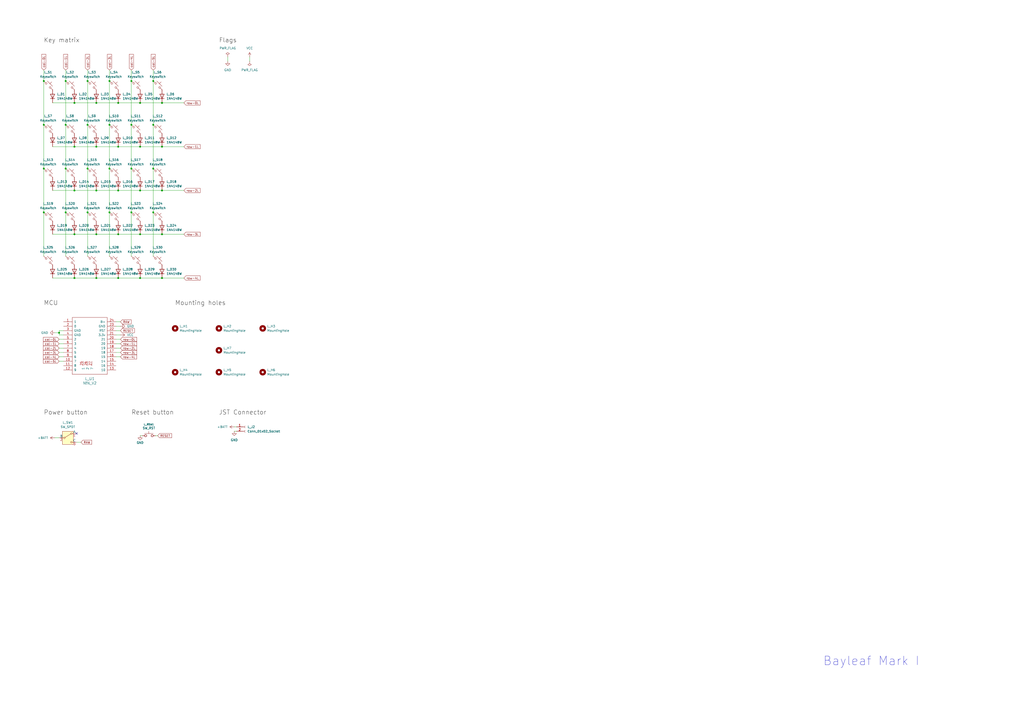
<source format=kicad_sch>
(kicad_sch (version 20231120) (generator "eeschema") (generator_version "8.0")
  (paper "A2")
  (lib_symbols
    (symbol "Connector:Conn_01x02_Socket" (pin_names (offset 1.016) hide)
      (property "Reference" "J" (at 0 2.54 0))
      (property "Value" "Conn_01x02_Socket" (at 0 -5.08 0))
      (symbol "Conn_01x02_Socket_1_1"
        (arc (start 0 -2.032) (mid -0.5058 -2.54) (end 0 -3.048) (stroke (width 0.1524)))
        (polyline (pts (xy -1.27 -2.54) (xy -0.508 -2.54)) (stroke (width 0.1524)))
        (polyline (pts (xy -1.27 0) (xy -0.508 0)) (stroke (width 0.1524)))
        (arc (start 0 0.508) (mid -0.5058 0) (end 0 -0.508) (stroke (width 0.1524)))
        (pin passive line (at -5.08 0 0) (length 3.81) (name "Pin_1") (number "1"))
        (pin passive line (at -5.08 -2.54 0) (length 3.81) (name "Pin_2") (number "2"))
      )
    )
    (symbol "Diode:1N4148W" (pin_numbers hide) (pin_names hide)
      (property "Reference" "D" (at 0 2.54 0))
      (property "Value" "1N4148W" (at 0 -2.54 0))
      (symbol "1N4148W_0_1"
        (polyline (pts (xy -1.27 1.27) (xy -1.27 -1.27)) (stroke (width 0.254)))
        (polyline (pts (xy 1.27 0) (xy -1.27 0)))
        (polyline (pts (xy 1.27 1.27) (xy 1.27 -1.27) (xy -1.27 0) (xy 1.27 1.27)) (stroke (width 0.254)))
      )
      (symbol "1N4148W_1_1"
        (pin passive line (at -3.81 0 0) (length 2.54) (name "K") (number "1"))
        (pin passive line (at 3.81 0 180) (length 2.54) (name "A") (number "2"))
      )
    )
    (symbol "Lily58_Pro-rescue:SW_RST-Lily58-cache" (pin_numbers hide) (pin_names (offset 1.016) hide)
      (property "Reference" "RSW" (at 2.54 2.54 0))
      (property "Value" "Lily58-cache:SW_RST" (at 0 -2.54 0))
      (symbol "SW_RST-Lily58-cache_0_1"
        (polyline (pts (xy -2.54 1.27) (xy 2.54 1.27)))
        (polyline (pts (xy 0 2.54) (xy 0 1.27)))
        (pin passive inverted (at -3.81 0 0) (length 2.54) (name "1") (number "1"))
        (pin passive inverted (at 3.81 0 180) (length 2.54) (name "2") (number "2"))
      )
    )
    (symbol "Mechanical:MountingHole" (pin_names (offset 1.016)) (exclude_from_sim yes) (in_bom no)
      (property "Reference" "H" (at 0 5.08 0))
      (property "Value" "MountingHole" (at 0 3.175 0))
      (symbol "MountingHole_0_1"
        (circle (center 0 0) (radius 1.27) (stroke (width 1.27)))
      )
    )
    (symbol "ScottoKeebs:MCU_Nice_Nano_V2" (pin_names (offset 1.016))
      (property "Reference" "U" (at 0 0 0))
      (property "Value" "Nice_Nano_V2" (at 0 -19.05 0))
      (symbol "MCU_Nice_Nano_V2_0_1"
        (rectangle (start -10.16 16.51) (end 10.16 -16.51))
      )
      (symbol "MCU_Nice_Nano_V2_1_1"
        (pin input line (at -15.24 13.97 0) (length 5.08) (name "1") (number "1"))
        (pin input line (at -15.24 -8.89 0) (length 5.08) (name "7") (number "10"))
        (pin input line (at -15.24 -11.43 0) (length 5.08) (name "8") (number "11"))
        (pin input line (at -15.24 -13.97 0) (length 5.08) (name "9") (number "12"))
        (pin input line (at 15.24 -13.97 180) (length 5.08) (name "10") (number "13"))
        (pin input line (at 15.24 -11.43 180) (length 5.08) (name "16") (number "14"))
        (pin input line (at 15.24 -8.89 180) (length 5.08) (name "14") (number "15"))
        (pin input line (at 15.24 -6.35 180) (length 5.08) (name "15") (number "16"))
        (pin input line (at 15.24 -3.81 180) (length 5.08) (name "18") (number "17"))
        (pin input line (at 15.24 -1.27 180) (length 5.08) (name "19") (number "18"))
        (pin input line (at 15.24 1.27 180) (length 5.08) (name "20") (number "19"))
        (pin input line (at -15.24 11.43 0) (length 5.08) (name "0") (number "2"))
        (pin input line (at 15.24 3.81 180) (length 5.08) (name "21") (number "20"))
        (pin input line (at 15.24 6.35 180) (length 5.08) (name "3.3v") (number "21"))
        (pin input line (at 15.24 8.89 180) (length 5.08) (name "RST") (number "22"))
        (pin input line (at 15.24 11.43 180) (length 5.08) (name "GND") (number "23"))
        (pin input line (at 15.24 13.97 180) (length 5.08) (name "B+") (number "24"))
        (pin input line (at -3.81 -8.89 270) (length 2.5) (name "1") (number "25"))
        (pin input line (at -1.27 -8.89 270) (length 2.5) (name "2") (number "26"))
        (pin input line (at 1.27 -8.89 270) (length 2.5) (name "7") (number "27"))
        (pin input line (at -15.24 8.89 0) (length 5.08) (name "GND") (number "3"))
        (pin input line (at -15.24 6.35 0) (length 5.08) (name "GND") (number "4"))
        (pin input line (at -15.24 3.81 0) (length 5.08) (name "2") (number "5"))
        (pin input line (at -15.24 1.27 0) (length 5.08) (name "3") (number "6"))
        (pin input line (at -15.24 -1.27 0) (length 5.08) (name "4") (number "7"))
        (pin input line (at -15.24 -3.81 0) (length 5.08) (name "5") (number "8"))
        (pin input line (at -15.24 -6.35 0) (length 5.08) (name "6") (number "9"))
      )
    )
    (symbol "ScottoKeebs:Placeholder_Keyswitch" (pin_numbers hide) (pin_names (offset 1.016) hide)
      (property "Reference" "S" (at 3.048 1.016 0))
      (property "Value" "Keyswitch" (at 0 -3.81 0))
      (symbol "Placeholder_Keyswitch_0_1"
        (circle (center -1.1684 1.1684) (radius 0.508))
        (polyline (pts (xy -0.508 2.54) (xy 2.54 -0.508)))
        (polyline (pts (xy 1.016 1.016) (xy 2.032 2.032)))
        (polyline (pts (xy -2.54 2.54) (xy -1.524 1.524) (xy -1.524 1.524)))
        (polyline (pts (xy 1.524 -1.524) (xy 2.54 -2.54) (xy 2.54 -2.54) (xy 2.54 -2.54)))
        (circle (center 1.143 -1.1938) (radius 0.508))
        (pin passive line (at -2.54 2.54 0) (length 0) (name "1") (number "1"))
        (pin passive line (at 2.54 -2.54 180) (length 0) (name "2") (number "2"))
      )
    )
    (symbol "Switch:SW_SPDT" (pin_names (offset 0))
      (property "Reference" "SW" (at 0 5.08 0))
      (property "Value" "SW_SPDT" (at 0 -5.08 0))
      (symbol "SW_SPDT_0_1"
        (circle (center -2.032 0) (radius 0.4572))
        (polyline (pts (xy -1.651 0.254) (xy 1.651 2.286)))
        (circle (center 2.032 -2.54) (radius 0.4572))
        (circle (center 2.032 2.54) (radius 0.4572))
      )
      (symbol "SW_SPDT_1_1"
        (rectangle (start -3.175 3.81) (end 3.175 -3.81) (fill (type background)))
        (pin passive line (at 5.08 2.54 180) (length 2.54) (name "A") (number "1"))
        (pin passive line (at -5.08 0 0) (length 2.54) (name "B") (number "2"))
        (pin passive line (at 5.08 -2.54 180) (length 2.54) (name "C") (number "3"))
      )
    )
    (symbol "power:+BATT" (power) (pin_numbers hide) (pin_names (offset 0) hide)
      (property "Value" "+BATT" (at 0 3.556 0))
      (symbol "+BATT_0_1"
        (polyline (pts (xy -0.762 1.27) (xy 0 2.54)))
        (polyline (pts (xy 0 0) (xy 0 2.54)))
        (polyline (pts (xy 0 2.54) (xy 0.762 1.27)))
      )
      (symbol "+BATT_1_1"
        (pin power_in line (at 0 0 90) (length 0) (name "~") (number "1"))
      )
    )
    (symbol "power:GND" (power) (pin_numbers hide) (pin_names (offset 0) hide)
      (property "Value" "GND" (at 0 -3.81 0))
      (symbol "GND_0_1"
        (polyline (pts (xy 0 0) (xy 0 -1.27) (xy 1.27 -1.27) (xy 0 -2.54) (xy -1.27 -1.27) (xy 0 -1.27)))
      )
      (symbol "GND_1_1"
        (pin power_in line (at 0 0 270) (length 0) (name "~") (number "1"))
      )
    )
    (symbol "power:PWR_FLAG" (power) (pin_numbers hide) (pin_names (offset 0) hide)
      (property "Value" "PWR_FLAG" (at 0 3.81 0))
      (symbol "PWR_FLAG_0_0"
        (pin power_out line (at 0 0 90) (length 0) (name "~") (number "1"))
      )
      (symbol "PWR_FLAG_0_1"
        (polyline (pts (xy 0 0) (xy 0 1.27) (xy -1.016 1.905) (xy 0 2.54) (xy 1.016 1.905) (xy 0 1.27)))
      )
    )
    (symbol "power:VCC" (power) (pin_numbers hide) (pin_names (offset 0) hide)
      (property "Value" "VCC" (at 0 3.556 0))
      (symbol "VCC_0_1"
        (polyline (pts (xy -0.762 1.27) (xy 0 2.54)))
        (polyline (pts (xy 0 0) (xy 0 2.54)))
        (polyline (pts (xy 0 2.54) (xy 0.762 1.27)))
      )
      (symbol "VCC_1_1"
        (pin power_in line (at 0 0 90) (length 0) (name "~") (number "1"))
      )
    )
  )
  (junction (at 50.8 123.19))
  (junction (at 50.8 72.39))
  (junction (at 68.58 59.69))
  (junction (at 81.28 85.09))
  (junction (at 93.98 135.89))
  (junction (at 81.28 110.49))
  (junction (at 25.4 46.99))
  (junction (at 93.98 59.69))
  (junction (at 68.58 85.09))
  (junction (at 76.2 72.39))
  (junction (at 43.18 161.29))
  (junction (at 55.88 135.89))
  (junction (at 43.18 135.89))
  (junction (at 88.9 97.79))
  (junction (at 93.98 161.29))
  (junction (at 25.4 72.39))
  (junction (at 68.58 161.29))
  (junction (at 76.2 97.79))
  (junction (at 55.88 161.29))
  (junction (at 81.28 135.89))
  (junction (at 76.2 46.99))
  (junction (at 76.2 123.19))
  (junction (at 38.1 46.99))
  (junction (at 38.1 97.79))
  (junction (at 93.98 110.49))
  (junction (at 34.29 193.04))
  (junction (at 43.18 59.69))
  (junction (at 25.4 123.19))
  (junction (at 25.4 97.79))
  (junction (at 63.5 46.99))
  (junction (at 55.88 110.49))
  (junction (at 81.28 59.69))
  (junction (at 55.88 59.69))
  (junction (at 50.8 46.99))
  (junction (at 88.9 46.99))
  (junction (at 43.18 85.09))
  (junction (at 63.5 72.39))
  (junction (at 68.58 135.89))
  (junction (at 43.18 110.49))
  (junction (at 50.8 97.79))
  (junction (at 38.1 123.19))
  (junction (at 88.9 123.19))
  (junction (at 63.5 123.19))
  (junction (at 68.58 110.49))
  (junction (at 93.98 85.09))
  (junction (at 63.5 97.79))
  (junction (at 55.88 85.09))
  (junction (at 38.1 72.39))
  (junction (at 81.28 161.29))
  (junction (at 88.9 72.39))
  (no_connect (at 44.45 251.46))
  (wire (pts (xy 25.4 72.39) (xy 25.4 97.79)))
  (wire (pts (xy 34.29 199.39) (xy 36.83 199.39)))
  (wire (pts (xy 30.48 85.09) (xy 43.18 85.09)))
  (wire (pts (xy 55.88 85.09) (xy 68.58 85.09)))
  (wire (pts (xy 46.99 256.54) (xy 44.45 256.54)))
  (wire (pts (xy 55.88 59.69) (xy 68.58 59.69)))
  (wire (pts (xy 50.8 46.99) (xy 50.8 72.39)))
  (wire (pts (xy 68.58 110.49) (xy 81.28 110.49)))
  (wire (pts (xy 50.8 40.64) (xy 50.8 46.99)))
  (wire (pts (xy 67.31 186.69) (xy 69.85 186.69)))
  (wire (pts (xy 34.29 196.85) (xy 36.83 196.85)))
  (wire (pts (xy 43.18 85.09) (xy 55.88 85.09)))
  (wire (pts (xy 88.9 123.19) (xy 88.9 148.59)))
  (wire (pts (xy 25.4 97.79) (xy 25.4 123.19)))
  (wire (pts (xy 67.31 196.85) (xy 69.85 196.85)))
  (wire (pts (xy 30.48 135.89) (xy 43.18 135.89)))
  (wire (pts (xy 81.28 161.29) (xy 93.98 161.29)))
  (wire (pts (xy 38.1 40.64) (xy 38.1 46.99)))
  (wire (pts (xy 81.28 59.69) (xy 93.98 59.69)))
  (wire (pts (xy 50.8 123.19) (xy 50.8 97.79)))
  (wire (pts (xy 63.5 123.19) (xy 63.5 97.79)))
  (wire (pts (xy 31.75 254) (xy 34.29 254)))
  (wire (pts (xy 55.88 135.89) (xy 68.58 135.89)))
  (wire (pts (xy 34.29 207.01) (xy 36.83 207.01)))
  (wire (pts (xy 43.18 135.89) (xy 55.88 135.89)))
  (wire (pts (xy 38.1 72.39) (xy 38.1 97.79)))
  (wire (pts (xy 36.83 191.77) (xy 34.29 191.77)))
  (wire (pts (xy 25.4 40.64) (xy 25.4 46.99)))
  (wire (pts (xy 106.68 59.69) (xy 93.98 59.69)))
  (wire (pts (xy 68.58 135.89) (xy 81.28 135.89)))
  (wire (pts (xy 67.31 204.47) (xy 69.85 204.47)))
  (wire (pts (xy 69.85 194.31) (xy 67.31 194.31)))
  (wire (pts (xy 144.78 35.56) (xy 144.78 33.02)))
  (wire (pts (xy 50.8 72.39) (xy 50.8 97.79)))
  (wire (pts (xy 67.31 191.77) (xy 69.85 191.77)))
  (wire (pts (xy 88.9 72.39) (xy 88.9 46.99)))
  (wire (pts (xy 63.5 72.39) (xy 63.5 46.99)))
  (wire (pts (xy 67.31 207.01) (xy 69.85 207.01)))
  (wire (pts (xy 30.48 161.29) (xy 43.18 161.29)))
  (wire (pts (xy 76.2 123.19) (xy 76.2 97.79)))
  (wire (pts (xy 63.5 72.39) (xy 63.5 97.79)))
  (wire (pts (xy 63.5 40.64) (xy 63.5 46.99)))
  (wire (pts (xy 38.1 97.79) (xy 38.1 123.19)))
  (wire (pts (xy 63.5 123.19) (xy 63.5 148.59)))
  (wire (pts (xy 68.58 85.09) (xy 81.28 85.09)))
  (wire (pts (xy 68.58 161.29) (xy 81.28 161.29)))
  (wire (pts (xy 67.31 199.39) (xy 69.85 199.39)))
  (wire (pts (xy 76.2 97.79) (xy 76.2 72.39)))
  (wire (pts (xy 38.1 46.99) (xy 38.1 72.39)))
  (wire (pts (xy 38.1 148.59) (xy 38.1 123.19)))
  (wire (pts (xy 30.48 59.69) (xy 43.18 59.69)))
  (wire (pts (xy 43.18 161.29) (xy 55.88 161.29)))
  (wire (pts (xy 106.68 110.49) (xy 93.98 110.49)))
  (wire (pts (xy 34.29 194.31) (xy 36.83 194.31)))
  (wire (pts (xy 34.29 204.47) (xy 36.83 204.47)))
  (wire (pts (xy 34.29 193.04) (xy 34.29 191.77)))
  (wire (pts (xy 43.18 110.49) (xy 55.88 110.49)))
  (wire (pts (xy 67.31 201.93) (xy 69.85 201.93)))
  (wire (pts (xy 30.48 110.49) (xy 43.18 110.49)))
  (wire (pts (xy 25.4 46.99) (xy 25.4 72.39)))
  (wire (pts (xy 91.44 252.73) (xy 90.17 252.73)))
  (wire (pts (xy 81.28 135.89) (xy 93.98 135.89)))
  (wire (pts (xy 68.58 59.69) (xy 81.28 59.69)))
  (wire (pts (xy 50.8 123.19) (xy 50.8 148.59)))
  (wire (pts (xy 76.2 72.39) (xy 76.2 46.99)))
  (wire (pts (xy 106.68 135.89) (xy 93.98 135.89)))
  (wire (pts (xy 25.4 148.59) (xy 25.4 123.19)))
  (wire (pts (xy 88.9 123.19) (xy 88.9 97.79)))
  (wire (pts (xy 76.2 123.19) (xy 76.2 148.59)))
  (wire (pts (xy 135.89 250.19) (xy 137.16 250.19)))
  (wire (pts (xy 34.29 201.93) (xy 36.83 201.93)))
  (wire (pts (xy 106.68 161.29) (xy 93.98 161.29)))
  (wire (pts (xy 31.75 193.04) (xy 34.29 193.04)))
  (wire (pts (xy 67.31 189.23) (xy 69.85 189.23)))
  (wire (pts (xy 135.89 247.65) (xy 137.16 247.65)))
  (wire (pts (xy 88.9 40.64) (xy 88.9 46.99)))
  (wire (pts (xy 81.28 252.73) (xy 82.55 252.73)))
  (wire (pts (xy 81.28 85.09) (xy 93.98 85.09)))
  (wire (pts (xy 43.18 59.69) (xy 55.88 59.69)))
  (wire (pts (xy 34.29 209.55) (xy 36.83 209.55)))
  (wire (pts (xy 81.28 110.49) (xy 93.98 110.49)))
  (wire (pts (xy 106.68 85.09) (xy 93.98 85.09)))
  (wire (pts (xy 34.29 193.04) (xy 34.29 194.31)))
  (wire (pts (xy 132.08 35.56) (xy 132.08 33.02)))
  (wire (pts (xy 88.9 97.79) (xy 88.9 72.39)))
  (wire (pts (xy 76.2 40.64) (xy 76.2 46.99)))
  (wire (pts (xy 55.88 110.49) (xy 68.58 110.49)))
  (wire (pts (xy 55.88 161.29) (xy 68.58 161.29)))
  (text "Bayleaf Mark I" (at 505.46 383.54 0) (effects (font (size 5.08 5.08))))
  (label "JST Connector" (at 127 241.3 0) (effects (font (size 2.54 2.54))))
  (label "Mounting holes" (at 101.6 177.8 0) (effects (font (size 2.54 2.54))))
  (label "MCU" (at 25.4 177.8 0) (effects (font (size 2.54 2.54))))
  (label "Flags" (at 127 25.4 0) (effects (font (size 2.54 2.54))))
  (label "Key matrix" (at 25.4 25.4 0) (effects (font (size 2.54 2.54))))
  (label "Reset button" (at 76.2 241.3 0) (effects (font (size 2.54 2.54))))
  (label "Power button" (at 25.4 241.3 0) (effects (font (size 2.54 2.54))))
  (global_label "col-0L" (shape input) (at 25.4 40.64 90) (property "Intersheetrefs" "${INTERSHEET_REFS}" (effects (hide yes))))
  (global_label "col-3L" (shape input) (at 63.5 40.64 90) (property "Intersheetrefs" "${INTERSHEET_REFS}" (effects (hide yes))))
  (global_label "col-3L" (shape input) (at 34.29 204.47 180) (property "Intersheetrefs" "${INTERSHEET_REFS}" (effects (hide yes))))
  (global_label "col-4L" (shape input) (at 76.2 40.64 90) (property "Intersheetrefs" "${INTERSHEET_REFS}" (effects (hide yes))))
  (global_label "row-2L" (shape input) (at 106.68 110.49 0) (property "Intersheetrefs" "${INTERSHEET_REFS}" (effects (hide yes))))
  (global_label "row-3L" (shape input) (at 69.85 204.47 0) (property "Intersheetrefs" "${INTERSHEET_REFS}" (effects (hide yes))))
  (global_label "col-4L" (shape input) (at 34.29 207.01 180) (property "Intersheetrefs" "${INTERSHEET_REFS}" (effects (hide yes))))
  (global_label "RESET" (shape input) (at 91.44 252.73 0) (property "Intersheetrefs" "${INTERSHEET_REFS}" (effects (hide yes))))
  (global_label "col-5L" (shape input) (at 88.9 40.64 90) (property "Intersheetrefs" "${INTERSHEET_REFS}" (effects (hide yes))))
  (global_label "col-5L" (shape input) (at 34.29 209.55 180) (property "Intersheetrefs" "${INTERSHEET_REFS}" (effects (hide yes))))
  (global_label "col-2L" (shape input) (at 50.8 40.64 90) (property "Intersheetrefs" "${INTERSHEET_REFS}" (effects (hide yes))))
  (global_label "row-0L" (shape input) (at 69.85 196.85 0) (property "Intersheetrefs" "${INTERSHEET_REFS}" (effects (hide yes))))
  (global_label "row-3L" (shape input) (at 106.68 135.89 0) (property "Intersheetrefs" "${INTERSHEET_REFS}" (effects (hide yes))))
  (global_label "RESET" (shape input) (at 69.85 191.77 0) (property "Intersheetrefs" "${INTERSHEET_REFS}" (effects (hide yes))))
  (global_label "col-1L" (shape input) (at 38.1 40.64 90) (property "Intersheetrefs" "${INTERSHEET_REFS}" (effects (hide yes))))
  (global_label "col-1L" (shape input) (at 34.29 199.39 180) (property "Intersheetrefs" "${INTERSHEET_REFS}" (effects (hide yes))))
  (global_label "row-4L" (shape input) (at 69.85 207.01 0) (property "Intersheetrefs" "${INTERSHEET_REFS}" (effects (hide yes))))
  (global_label "row-2L" (shape input) (at 69.85 201.93 0) (property "Intersheetrefs" "${INTERSHEET_REFS}" (effects (hide yes))))
  (global_label "row-0L" (shape input) (at 106.68 59.69 0) (property "Intersheetrefs" "${INTERSHEET_REFS}" (effects (hide yes))))
  (global_label "RAW" (shape input) (at 69.85 186.69 0) (property "Intersheetrefs" "${INTERSHEET_REFS}" (effects (hide yes))))
  (global_label "col-0L" (shape input) (at 34.29 196.85 180) (property "Intersheetrefs" "${INTERSHEET_REFS}" (effects (hide yes))))
  (global_label "row-1L" (shape input) (at 69.85 199.39 0) (property "Intersheetrefs" "${INTERSHEET_REFS}" (effects (hide yes))))
  (global_label "row-4L" (shape input) (at 106.68 161.29 0) (property "Intersheetrefs" "${INTERSHEET_REFS}" (effects (hide yes))))
  (global_label "RAW" (shape input) (at 46.99 256.54 0) (property "Intersheetrefs" "${INTERSHEET_REFS}" (effects (hide yes))))
  (global_label "row-1L" (shape input) (at 106.68 85.09 0) (property "Intersheetrefs" "${INTERSHEET_REFS}" (effects (hide yes))))
  (global_label "col-2L" (shape input) (at 34.29 201.93 180) (property "Intersheetrefs" "${INTERSHEET_REFS}" (effects (hide yes))))
  (symbol (lib_id "ScottoKeebs:Placeholder_Keyswitch") (at 91.44 100.33 0) (unit 1)
    (property "Reference" "L_S18" (at 91.44 92.71 0))
    (property "Value" "Keyswitch" (at 91.44 95.25 0))
    (property "Footprint" "Bayleaf:CPG1316S01D02_mikeholscher" (effects (hide yes)))
    (property "Description" "Push button switch, normally open, two pins, 45° tilted" (effects (hide yes)))
  )
  (symbol (lib_id "Diode:1N4148W") (at 81.28 81.28 90) (unit 1)
    (property "Reference" "L_D11" (at 83.82 80.0099 90) (effects (justify right)))
    (property "Value" "1N4148W" (at 83.82 82.5499 90) (effects (justify right)))
    (property "Footprint" "Diode_SMD:D_SOD-123" (effects (hide yes)))
    (property "Datasheet" "https://www.vishay.com/docs/85748/1n4148w.pdf" (effects (hide yes)))
    (property "Description" "75V 0.15A Fast Switching Diode, SOD-123" (effects (hide yes)))
    (property "Sim.Device" "D" (effects (hide yes)))
    (property "Sim.Pins" "1=K 2=A" (effects (hide yes)))
  )
  (symbol (lib_id "ScottoKeebs:Placeholder_Keyswitch") (at 27.94 125.73 0) (unit 1)
    (property "Reference" "L_S19" (at 27.94 118.11 0))
    (property "Value" "Keyswitch" (at 27.94 120.65 0))
    (property "Footprint" "Bayleaf:CPG1316S01D02_mikeholscher" (effects (hide yes)))
    (property "Description" "Push button switch, normally open, two pins, 45° tilted" (effects (hide yes)))
  )
  (symbol (lib_id "ScottoKeebs:Placeholder_Keyswitch") (at 78.74 49.53 0) (unit 1)
    (property "Reference" "L_S5" (at 78.74 41.91 0))
    (property "Value" "Keyswitch" (at 78.74 44.45 0))
    (property "Footprint" "Bayleaf:CPG1316S01D02_mikeholscher" (effects (hide yes)))
    (property "Description" "Push button switch, normally open, two pins, 45° tilted" (effects (hide yes)))
  )
  (symbol (lib_id "ScottoKeebs:Placeholder_Keyswitch") (at 91.44 151.13 0) (unit 1)
    (property "Reference" "L_S30" (at 91.44 143.51 0))
    (property "Value" "Keyswitch" (at 91.44 146.05 0))
    (property "Footprint" "Bayleaf:CPG1316S01D02_mikeholscher" (effects (hide yes)))
    (property "Description" "Push button switch, normally open, two pins, 45° tilted" (effects (hide yes)))
  )
  (symbol (lib_id "Connector:Conn_01x02_Socket") (at 142.24 247.65 0) (unit 1)
    (property "Reference" "L_J2" (at 143.51 247.6499 0) (effects (justify left)))
    (property "Value" "Conn_01x02_Socket" (at 143.51 250.1899 0) (effects (justify left)))
    (property "Footprint" "Connector_JST:JST_SH_SM02B-SRSS-TB_1x02-1MP_P1.00mm_Horizontal" (effects (hide yes)))
    (property "Description" "Generic connector, single row, 01x02, script generated" (effects (hide yes)))
  )
  (symbol (lib_id "Diode:1N4148W") (at 55.88 81.28 90) (unit 1)
    (property "Reference" "L_D9" (at 58.42 80.0099 90) (effects (justify right)))
    (property "Value" "1N4148W" (at 58.42 82.5499 90) (effects (justify right)))
    (property "Footprint" "Diode_SMD:D_SOD-123" (effects (hide yes)))
    (property "Datasheet" "https://www.vishay.com/docs/85748/1n4148w.pdf" (effects (hide yes)))
    (property "Description" "75V 0.15A Fast Switching Diode, SOD-123" (effects (hide yes)))
    (property "Sim.Device" "D" (effects (hide yes)))
    (property "Sim.Pins" "1=K 2=A" (effects (hide yes)))
  )
  (symbol (lib_id "Diode:1N4148W") (at 68.58 81.28 90) (unit 1)
    (property "Reference" "L_D10" (at 71.12 80.0099 90) (effects (justify right)))
    (property "Value" "1N4148W" (at 71.12 82.5499 90) (effects (justify right)))
    (property "Footprint" "Diode_SMD:D_SOD-123" (effects (hide yes)))
    (property "Datasheet" "https://www.vishay.com/docs/85748/1n4148w.pdf" (effects (hide yes)))
    (property "Description" "75V 0.15A Fast Switching Diode, SOD-123" (effects (hide yes)))
    (property "Sim.Device" "D" (effects (hide yes)))
    (property "Sim.Pins" "1=K 2=A" (effects (hide yes)))
  )
  (symbol (lib_id "ScottoKeebs:Placeholder_Keyswitch") (at 53.34 125.73 0) (unit 1)
    (property "Reference" "L_S21" (at 53.34 118.11 0))
    (property "Value" "Keyswitch" (at 53.34 120.65 0))
    (property "Footprint" "Bayleaf:CPG1316S01D02_mikeholscher" (effects (hide yes)))
    (property "Description" "Push button switch, normally open, two pins, 45° tilted" (effects (hide yes)))
  )
  (symbol (lib_id "power:+BATT") (at 31.75 254 90) (unit 1)
    (property "Reference" "#PWR02" (effects (hide yes)))
    (property "Value" "+BATT" (at 27.94 253.9999 90) (effects (justify left)))
    (property "Description" "Power symbol creates a global label with name \"+BATT\"" (effects (hide yes)))
  )
  (symbol (lib_id "Diode:1N4148W") (at 55.88 157.48 90) (unit 1)
    (property "Reference" "L_D27" (at 58.42 156.2099 90) (effects (justify right)))
    (property "Value" "1N4148W" (at 58.42 158.7499 90) (effects (justify right)))
    (property "Footprint" "Diode_SMD:D_SOD-123" (effects (hide yes)))
    (property "Datasheet" "https://www.vishay.com/docs/85748/1n4148w.pdf" (effects (hide yes)))
    (property "Description" "75V 0.15A Fast Switching Diode, SOD-123" (effects (hide yes)))
    (property "Sim.Device" "D" (effects (hide yes)))
    (property "Sim.Pins" "1=K 2=A" (effects (hide yes)))
  )
  (symbol (lib_id "Diode:1N4148W") (at 93.98 81.28 90) (unit 1)
    (property "Reference" "L_D12" (at 96.52 80.0099 90) (effects (justify right)))
    (property "Value" "1N4148W" (at 96.52 82.5499 90) (effects (justify right)))
    (property "Footprint" "Diode_SMD:D_SOD-123" (effects (hide yes)))
    (property "Datasheet" "https://www.vishay.com/docs/85748/1n4148w.pdf" (effects (hide yes)))
    (property "Description" "75V 0.15A Fast Switching Diode, SOD-123" (effects (hide yes)))
    (property "Sim.Device" "D" (effects (hide yes)))
    (property "Sim.Pins" "1=K 2=A" (effects (hide yes)))
  )
  (symbol (lib_id "Diode:1N4148W") (at 43.18 55.88 90) (unit 1)
    (property "Reference" "L_D2" (at 45.72 54.6099 90) (effects (justify right)))
    (property "Value" "1N4148W" (at 45.72 57.1499 90) (effects (justify right)))
    (property "Footprint" "Diode_SMD:D_SOD-123" (effects (hide yes)))
    (property "Datasheet" "https://www.vishay.com/docs/85748/1n4148w.pdf" (effects (hide yes)))
    (property "Description" "75V 0.15A Fast Switching Diode, SOD-123" (effects (hide yes)))
    (property "Sim.Device" "D" (effects (hide yes)))
    (property "Sim.Pins" "1=K 2=A" (effects (hide yes)))
  )
  (symbol (lib_id "ScottoKeebs:Placeholder_Keyswitch") (at 91.44 125.73 0) (unit 1)
    (property "Reference" "L_S24" (at 91.44 118.11 0))
    (property "Value" "Keyswitch" (at 91.44 120.65 0))
    (property "Footprint" "Bayleaf:CPG1316S01D02_mikeholscher" (effects (hide yes)))
    (property "Description" "Push button switch, normally open, two pins, 45° tilted" (effects (hide yes)))
  )
  (symbol (lib_id "Diode:1N4148W") (at 81.28 106.68 90) (unit 1)
    (property "Reference" "L_D17" (at 83.82 105.4099 90) (effects (justify right)))
    (property "Value" "1N4148W" (at 83.82 107.9499 90) (effects (justify right)))
    (property "Footprint" "Diode_SMD:D_SOD-123" (effects (hide yes)))
    (property "Datasheet" "https://www.vishay.com/docs/85748/1n4148w.pdf" (effects (hide yes)))
    (property "Description" "75V 0.15A Fast Switching Diode, SOD-123" (effects (hide yes)))
    (property "Sim.Device" "D" (effects (hide yes)))
    (property "Sim.Pins" "1=K 2=A" (effects (hide yes)))
  )
  (symbol (lib_id "Diode:1N4148W") (at 55.88 55.88 90) (unit 1)
    (property "Reference" "L_D3" (at 58.42 54.6099 90) (effects (justify right)))
    (property "Value" "1N4148W" (at 58.42 57.1499 90) (effects (justify right)))
    (property "Footprint" "Diode_SMD:D_SOD-123" (effects (hide yes)))
    (property "Datasheet" "https://www.vishay.com/docs/85748/1n4148w.pdf" (effects (hide yes)))
    (property "Description" "75V 0.15A Fast Switching Diode, SOD-123" (effects (hide yes)))
    (property "Sim.Device" "D" (effects (hide yes)))
    (property "Sim.Pins" "1=K 2=A" (effects (hide yes)))
  )
  (symbol (lib_id "Diode:1N4148W") (at 43.18 132.08 90) (unit 1)
    (property "Reference" "L_D20" (at 45.72 130.8099 90) (effects (justify right)))
    (property "Value" "1N4148W" (at 45.72 133.3499 90) (effects (justify right)))
    (property "Footprint" "Diode_SMD:D_SOD-123" (effects (hide yes)))
    (property "Datasheet" "https://www.vishay.com/docs/85748/1n4148w.pdf" (effects (hide yes)))
    (property "Description" "75V 0.15A Fast Switching Diode, SOD-123" (effects (hide yes)))
    (property "Sim.Device" "D" (effects (hide yes)))
    (property "Sim.Pins" "1=K 2=A" (effects (hide yes)))
  )
  (symbol (lib_id "power:PWR_FLAG") (at 144.78 35.56 180) (unit 1)
    (property "Reference" "#FLG02" (effects (hide yes)))
    (property "Value" "PWR_FLAG" (at 144.78 40.64 0))
    (property "Description" "Special symbol for telling ERC where power comes from" (effects (hide yes)))
  )
  (symbol (lib_id "Diode:1N4148W") (at 68.58 106.68 90) (unit 1)
    (property "Reference" "L_D16" (at 71.12 105.4099 90) (effects (justify right)))
    (property "Value" "1N4148W" (at 71.12 107.9499 90) (effects (justify right)))
    (property "Footprint" "Diode_SMD:D_SOD-123" (effects (hide yes)))
    (property "Datasheet" "https://www.vishay.com/docs/85748/1n4148w.pdf" (effects (hide yes)))
    (property "Description" "75V 0.15A Fast Switching Diode, SOD-123" (effects (hide yes)))
    (property "Sim.Device" "D" (effects (hide yes)))
    (property "Sim.Pins" "1=K 2=A" (effects (hide yes)))
  )
  (symbol (lib_id "Diode:1N4148W") (at 30.48 55.88 90) (unit 1)
    (property "Reference" "L_D1" (at 33.02 54.6099 90) (effects (justify right)))
    (property "Value" "1N4148W" (at 33.02 57.1499 90) (effects (justify right)))
    (property "Footprint" "Diode_SMD:D_SOD-123" (effects (hide yes)))
    (property "Datasheet" "https://www.vishay.com/docs/85748/1n4148w.pdf" (effects (hide yes)))
    (property "Description" "75V 0.15A Fast Switching Diode, SOD-123" (effects (hide yes)))
    (property "Sim.Device" "D" (effects (hide yes)))
    (property "Sim.Pins" "1=K 2=A" (effects (hide yes)))
  )
  (symbol (lib_id "Diode:1N4148W") (at 30.48 132.08 90) (unit 1)
    (property "Reference" "L_D19" (at 33.02 130.8099 90) (effects (justify right)))
    (property "Value" "1N4148W" (at 33.02 133.3499 90) (effects (justify right)))
    (property "Footprint" "Diode_SMD:D_SOD-123" (effects (hide yes)))
    (property "Datasheet" "https://www.vishay.com/docs/85748/1n4148w.pdf" (effects (hide yes)))
    (property "Description" "75V 0.15A Fast Switching Diode, SOD-123" (effects (hide yes)))
    (property "Sim.Device" "D" (effects (hide yes)))
    (property "Sim.Pins" "1=K 2=A" (effects (hide yes)))
  )
  (symbol (lib_id "ScottoKeebs:Placeholder_Keyswitch") (at 27.94 100.33 0) (unit 1)
    (property "Reference" "L_S13" (at 27.94 92.71 0))
    (property "Value" "Keyswitch" (at 27.94 95.25 0))
    (property "Footprint" "Bayleaf:CPG1316S01D02_mikeholscher" (effects (hide yes)))
    (property "Description" "Push button switch, normally open, two pins, 45° tilted" (effects (hide yes)))
  )
  (symbol (lib_id "Mechanical:MountingHole") (at 127 215.9 0) (unit 1) (exclude_from_sim yes) (in_bom no)
    (property "Reference" "L_H5" (at 129.54 214.6299 0) (effects (justify left)))
    (property "Value" "MountingHole" (at 129.54 217.1699 0) (effects (justify left)))
    (property "Footprint" "MountingHole:MountingHole_2.2mm_M2" (effects (hide yes)))
    (property "Description" "Mounting Hole without connection" (effects (hide yes)))
  )
  (symbol (lib_id "power:VCC") (at 69.85 194.31 270) (unit 1)
    (property "Reference" "#PWR05" (effects (hide yes)))
    (property "Value" "VCC" (at 73.66 194.3099 90) (effects (justify left)))
    (property "Description" "Power symbol creates a global label with name \"VCC\"" (effects (hide yes)))
  )
  (symbol (lib_id "Diode:1N4148W") (at 93.98 157.48 90) (unit 1)
    (property "Reference" "L_D30" (at 96.52 156.2099 90) (effects (justify right)))
    (property "Value" "1N4148W" (at 96.52 158.7499 90) (effects (justify right)))
    (property "Footprint" "Diode_SMD:D_SOD-123" (effects (hide yes)))
    (property "Datasheet" "https://www.vishay.com/docs/85748/1n4148w.pdf" (effects (hide yes)))
    (property "Description" "75V 0.15A Fast Switching Diode, SOD-123" (effects (hide yes)))
    (property "Sim.Device" "D" (effects (hide yes)))
    (property "Sim.Pins" "1=K 2=A" (effects (hide yes)))
  )
  (symbol (lib_id "Mechanical:MountingHole") (at 152.4 190.5 0) (unit 1) (exclude_from_sim yes) (in_bom no)
    (property "Reference" "L_H3" (at 154.94 189.2299 0) (effects (justify left)))
    (property "Value" "MountingHole" (at 154.94 191.7699 0) (effects (justify left)))
    (property "Footprint" "MountingHole:MountingHole_2.2mm_M2" (effects (hide yes)))
    (property "Description" "Mounting Hole without connection" (effects (hide yes)))
  )
  (symbol (lib_id "ScottoKeebs:Placeholder_Keyswitch") (at 66.04 74.93 0) (unit 1)
    (property "Reference" "L_S10" (at 66.04 67.31 0))
    (property "Value" "Keyswitch" (at 66.04 69.85 0))
    (property "Footprint" "Bayleaf:CPG1316S01D02_mikeholscher" (effects (hide yes)))
    (property "Description" "Push button switch, normally open, two pins, 45° tilted" (effects (hide yes)))
  )
  (symbol (lib_id "ScottoKeebs:Placeholder_Keyswitch") (at 66.04 100.33 0) (unit 1)
    (property "Reference" "L_S16" (at 66.04 92.71 0))
    (property "Value" "Keyswitch" (at 66.04 95.25 0))
    (property "Footprint" "Bayleaf:CPG1316S01D02_mikeholscher" (effects (hide yes)))
    (property "Description" "Push button switch, normally open, two pins, 45° tilted" (effects (hide yes)))
  )
  (symbol (lib_id "Diode:1N4148W") (at 55.88 132.08 90) (unit 1)
    (property "Reference" "L_D21" (at 58.42 130.8099 90) (effects (justify right)))
    (property "Value" "1N4148W" (at 58.42 133.3499 90) (effects (justify right)))
    (property "Footprint" "Diode_SMD:D_SOD-123" (effects (hide yes)))
    (property "Datasheet" "https://www.vishay.com/docs/85748/1n4148w.pdf" (effects (hide yes)))
    (property "Description" "75V 0.15A Fast Switching Diode, SOD-123" (effects (hide yes)))
    (property "Sim.Device" "D" (effects (hide yes)))
    (property "Sim.Pins" "1=K 2=A" (effects (hide yes)))
  )
  (symbol (lib_id "ScottoKeebs:Placeholder_Keyswitch") (at 40.64 125.73 0) (unit 1)
    (property "Reference" "L_S20" (at 40.64 118.11 0))
    (property "Value" "Keyswitch" (at 40.64 120.65 0))
    (property "Footprint" "Bayleaf:CPG1316S01D02_mikeholscher" (effects (hide yes)))
    (property "Description" "Push button switch, normally open, two pins, 45° tilted" (effects (hide yes)))
  )
  (symbol (lib_id "power:+BATT") (at 135.89 247.65 90) (unit 1)
    (property "Reference" "#PWR07" (effects (hide yes)))
    (property "Value" "+BATT" (at 132.08 247.6499 90) (effects (justify left)))
    (property "Description" "Power symbol creates a global label with name \"+BATT\"" (effects (hide yes)))
  )
  (symbol (lib_id "ScottoKeebs:Placeholder_Keyswitch") (at 91.44 49.53 0) (unit 1)
    (property "Reference" "L_S6" (at 91.44 41.91 0))
    (property "Value" "Keyswitch" (at 91.44 44.45 0))
    (property "Footprint" "Bayleaf:CPG1316S01D02_mikeholscher" (effects (hide yes)))
    (property "Description" "Push button switch, normally open, two pins, 45° tilted" (effects (hide yes)))
  )
  (symbol (lib_id "Mechanical:MountingHole") (at 127 203.2 0) (unit 1) (exclude_from_sim yes) (in_bom no)
    (property "Reference" "L_H7" (at 129.54 201.9299 0) (effects (justify left)))
    (property "Value" "MountingHole" (at 129.54 204.4699 0) (effects (justify left)))
    (property "Footprint" "MountingHole:MountingHole_2.2mm_M2" (effects (hide yes)))
    (property "Description" "Mounting Hole without connection" (effects (hide yes)))
  )
  (symbol (lib_id "Diode:1N4148W") (at 93.98 132.08 90) (unit 1)
    (property "Reference" "L_D24" (at 96.52 130.8099 90) (effects (justify right)))
    (property "Value" "1N4148W" (at 96.52 133.3499 90) (effects (justify right)))
    (property "Footprint" "Diode_SMD:D_SOD-123" (effects (hide yes)))
    (property "Datasheet" "https://www.vishay.com/docs/85748/1n4148w.pdf" (effects (hide yes)))
    (property "Description" "75V 0.15A Fast Switching Diode, SOD-123" (effects (hide yes)))
    (property "Sim.Device" "D" (effects (hide yes)))
    (property "Sim.Pins" "1=K 2=A" (effects (hide yes)))
  )
  (symbol (lib_id "ScottoKeebs:Placeholder_Keyswitch") (at 78.74 100.33 0) (unit 1)
    (property "Reference" "L_S17" (at 78.74 92.71 0))
    (property "Value" "Keyswitch" (at 78.74 95.25 0))
    (property "Footprint" "Bayleaf:CPG1316S01D02_mikeholscher" (effects (hide yes)))
    (property "Description" "Push button switch, normally open, two pins, 45° tilted" (effects (hide yes)))
  )
  (symbol (lib_id "ScottoKeebs:Placeholder_Keyswitch") (at 27.94 49.53 0) (unit 1)
    (property "Reference" "L_S1" (at 27.94 41.91 0))
    (property "Value" "Keyswitch" (at 27.94 44.45 0))
    (property "Footprint" "Bayleaf:CPG1316S01D02_mikeholscher" (effects (hide yes)))
    (property "Description" "Push button switch, normally open, two pins, 45° tilted" (effects (hide yes)))
  )
  (symbol (lib_id "ScottoKeebs:Placeholder_Keyswitch") (at 40.64 74.93 0) (unit 1)
    (property "Reference" "L_S8" (at 40.64 67.31 0))
    (property "Value" "Keyswitch" (at 40.64 69.85 0))
    (property "Footprint" "Bayleaf:CPG1316S01D02_mikeholscher" (effects (hide yes)))
    (property "Description" "Push button switch, normally open, two pins, 45° tilted" (effects (hide yes)))
  )
  (symbol (lib_id "Diode:1N4148W") (at 93.98 55.88 90) (unit 1)
    (property "Reference" "L_D6" (at 96.52 54.6099 90) (effects (justify right)))
    (property "Value" "1N4148W" (at 96.52 57.1499 90) (effects (justify right)))
    (property "Footprint" "Diode_SMD:D_SOD-123" (effects (hide yes)))
    (property "Datasheet" "https://www.vishay.com/docs/85748/1n4148w.pdf" (effects (hide yes)))
    (property "Description" "75V 0.15A Fast Switching Diode, SOD-123" (effects (hide yes)))
    (property "Sim.Device" "D" (effects (hide yes)))
    (property "Sim.Pins" "1=K 2=A" (effects (hide yes)))
  )
  (symbol (lib_id "Diode:1N4148W") (at 81.28 157.48 90) (unit 1)
    (property "Reference" "L_D29" (at 83.82 156.2099 90) (effects (justify right)))
    (property "Value" "1N4148W" (at 83.82 158.7499 90) (effects (justify right)))
    (property "Footprint" "Diode_SMD:D_SOD-123" (effects (hide yes)))
    (property "Datasheet" "https://www.vishay.com/docs/85748/1n4148w.pdf" (effects (hide yes)))
    (property "Description" "75V 0.15A Fast Switching Diode, SOD-123" (effects (hide yes)))
    (property "Sim.Device" "D" (effects (hide yes)))
    (property "Sim.Pins" "1=K 2=A" (effects (hide yes)))
  )
  (symbol (lib_id "ScottoKeebs:Placeholder_Keyswitch") (at 66.04 151.13 0) (unit 1)
    (property "Reference" "L_S28" (at 66.04 143.51 0))
    (property "Value" "Keyswitch" (at 66.04 146.05 0))
    (property "Footprint" "Bayleaf:CPG1316S01D02_mikeholscher" (effects (hide yes)))
    (property "Description" "Push button switch, normally open, two pins, 45° tilted" (effects (hide yes)))
  )
  (symbol (lib_id "Diode:1N4148W") (at 43.18 81.28 90) (unit 1)
    (property "Reference" "L_D8" (at 45.72 80.0099 90) (effects (justify right)))
    (property "Value" "1N4148W" (at 45.72 82.5499 90) (effects (justify right)))
    (property "Footprint" "Diode_SMD:D_SOD-123" (effects (hide yes)))
    (property "Datasheet" "https://www.vishay.com/docs/85748/1n4148w.pdf" (effects (hide yes)))
    (property "Description" "75V 0.15A Fast Switching Diode, SOD-123" (effects (hide yes)))
    (property "Sim.Device" "D" (effects (hide yes)))
    (property "Sim.Pins" "1=K 2=A" (effects (hide yes)))
  )
  (symbol (lib_id "ScottoKeebs:Placeholder_Keyswitch") (at 53.34 151.13 0) (unit 1)
    (property "Reference" "L_S27" (at 53.34 143.51 0))
    (property "Value" "Keyswitch" (at 53.34 146.05 0))
    (property "Footprint" "Bayleaf:CPG1316S01D02_mikeholscher" (effects (hide yes)))
    (property "Description" "Push button switch, normally open, two pins, 45° tilted" (effects (hide yes)))
  )
  (symbol (lib_id "Diode:1N4148W") (at 55.88 106.68 90) (unit 1)
    (property "Reference" "L_D15" (at 58.42 105.4099 90) (effects (justify right)))
    (property "Value" "1N4148W" (at 58.42 107.9499 90) (effects (justify right)))
    (property "Footprint" "Diode_SMD:D_SOD-123" (effects (hide yes)))
    (property "Datasheet" "https://www.vishay.com/docs/85748/1n4148w.pdf" (effects (hide yes)))
    (property "Description" "75V 0.15A Fast Switching Diode, SOD-123" (effects (hide yes)))
    (property "Sim.Device" "D" (effects (hide yes)))
    (property "Sim.Pins" "1=K 2=A" (effects (hide yes)))
  )
  (symbol (lib_id "Mechanical:MountingHole") (at 101.6 215.9 0) (unit 1) (exclude_from_sim yes) (in_bom no)
    (property "Reference" "L_H4" (at 104.14 214.6299 0) (effects (justify left)))
    (property "Value" "MountingHole" (at 104.14 217.1699 0) (effects (justify left)))
    (property "Footprint" "MountingHole:MountingHole_2.2mm_M2" (effects (hide yes)))
    (property "Description" "Mounting Hole without connection" (effects (hide yes)))
  )
  (symbol (lib_id "Diode:1N4148W") (at 81.28 55.88 90) (unit 1)
    (property "Reference" "L_D5" (at 83.82 54.6099 90) (effects (justify right)))
    (property "Value" "1N4148W" (at 83.82 57.1499 90) (effects (justify right)))
    (property "Footprint" "Diode_SMD:D_SOD-123" (effects (hide yes)))
    (property "Datasheet" "https://www.vishay.com/docs/85748/1n4148w.pdf" (effects (hide yes)))
    (property "Description" "75V 0.15A Fast Switching Diode, SOD-123" (effects (hide yes)))
    (property "Sim.Device" "D" (effects (hide yes)))
    (property "Sim.Pins" "1=K 2=A" (effects (hide yes)))
  )
  (symbol (lib_id "ScottoKeebs:Placeholder_Keyswitch") (at 66.04 49.53 0) (unit 1)
    (property "Reference" "L_S4" (at 66.04 41.91 0))
    (property "Value" "Keyswitch" (at 66.04 44.45 0))
    (property "Footprint" "Bayleaf:CPG1316S01D02_mikeholscher" (effects (hide yes)))
    (property "Description" "Push button switch, normally open, two pins, 45° tilted" (effects (hide yes)))
  )
  (symbol (lib_id "ScottoKeebs:Placeholder_Keyswitch") (at 53.34 74.93 0) (unit 1)
    (property "Reference" "L_S9" (at 53.34 67.31 0))
    (property "Value" "Keyswitch" (at 53.34 69.85 0))
    (property "Footprint" "Bayleaf:CPG1316S01D02_mikeholscher" (effects (hide yes)))
    (property "Description" "Push button switch, normally open, two pins, 45° tilted" (effects (hide yes)))
  )
  (symbol (lib_id "ScottoKeebs:Placeholder_Keyswitch") (at 78.74 151.13 0) (unit 1)
    (property "Reference" "L_S29" (at 78.74 143.51 0))
    (property "Value" "Keyswitch" (at 78.74 146.05 0))
    (property "Footprint" "Bayleaf:CPG1316S01D02_mikeholscher" (effects (hide yes)))
    (property "Description" "Push button switch, normally open, two pins, 45° tilted" (effects (hide yes)))
  )
  (symbol (lib_id "power:VCC") (at 144.78 33.02 0) (unit 1)
    (property "Reference" "#PWR09" (effects (hide yes)))
    (property "Value" "VCC" (at 144.78 27.94 0))
    (property "Description" "Power symbol creates a global label with name \"VCC\"" (effects (hide yes)))
  )
  (symbol (lib_id "Diode:1N4148W") (at 30.48 81.28 90) (unit 1)
    (property "Reference" "L_D7" (at 33.02 80.0099 90) (effects (justify right)))
    (property "Value" "1N4148W" (at 33.02 82.5499 90) (effects (justify right)))
    (property "Footprint" "Diode_SMD:D_SOD-123" (effects (hide yes)))
    (property "Datasheet" "https://www.vishay.com/docs/85748/1n4148w.pdf" (effects (hide yes)))
    (property "Description" "75V 0.15A Fast Switching Diode, SOD-123" (effects (hide yes)))
    (property "Sim.Device" "D" (effects (hide yes)))
    (property "Sim.Pins" "1=K 2=A" (effects (hide yes)))
  )
  (symbol (lib_id "ScottoKeebs:MCU_Nice_Nano_V2") (at 52.07 200.66 0) (unit 1)
    (property "Reference" "L_U1" (at 52.07 219.71 0) (effects (font (size 1.524 1.524))))
    (property "Value" "N!N_V2" (at 52.07 222.25 0) (effects (font (size 1.524 1.524))))
    (property "Footprint" "ScottoKeebs_MCU:Nice_Nano_V2" (effects (hide yes)))
  )
  (symbol (lib_id "ScottoKeebs:Placeholder_Keyswitch") (at 53.34 49.53 0) (unit 1)
    (property "Reference" "L_S3" (at 53.34 41.91 0))
    (property "Value" "Keyswitch" (at 53.34 44.45 0))
    (property "Footprint" "Bayleaf:CPG1316S01D02_mikeholscher" (effects (hide yes)))
    (property "Description" "Push button switch, normally open, two pins, 45° tilted" (effects (hide yes)))
  )
  (symbol (lib_id "Mechanical:MountingHole") (at 101.6 190.5 0) (unit 1) (exclude_from_sim yes) (in_bom no)
    (property "Reference" "L_H1" (at 104.14 189.2299 0) (effects (justify left)))
    (property "Value" "MountingHole" (at 104.14 191.7699 0) (effects (justify left)))
    (property "Footprint" "MountingHole:MountingHole_2.2mm_M2" (effects (hide yes)))
    (property "Description" "Mounting Hole without connection" (effects (hide yes)))
  )
  (symbol (lib_id "Diode:1N4148W") (at 81.28 132.08 90) (unit 1)
    (property "Reference" "L_D23" (at 83.82 130.8099 90) (effects (justify right)))
    (property "Value" "1N4148W" (at 83.82 133.3499 90) (effects (justify right)))
    (property "Footprint" "Diode_SMD:D_SOD-123" (effects (hide yes)))
    (property "Datasheet" "https://www.vishay.com/docs/85748/1n4148w.pdf" (effects (hide yes)))
    (property "Description" "75V 0.15A Fast Switching Diode, SOD-123" (effects (hide yes)))
    (property "Sim.Device" "D" (effects (hide yes)))
    (property "Sim.Pins" "1=K 2=A" (effects (hide yes)))
  )
  (symbol (lib_id "Lily58_Pro-rescue:SW_RST-Lily58-cache") (at 86.36 252.73 0) (unit 1)
    (property "Reference" "L_RSW1" (at 86.36 246.2276 0) (effects (font (size 1.016 1.016))))
    (property "Value" "SW_RST" (at 86.36 248.3358 0))
    (property "Footprint" "Button_Switch_SMD:SW_Tactile_SPST_NO_Straight_CK_PTS636Sx25SMTRLFS" (effects (hide yes)))
  )
  (symbol (lib_id "Diode:1N4148W") (at 93.98 106.68 90) (unit 1)
    (property "Reference" "L_D18" (at 96.52 105.4099 90) (effects (justify right)))
    (property "Value" "1N4148W" (at 96.52 107.9499 90) (effects (justify right)))
    (property "Footprint" "Diode_SMD:D_SOD-123" (effects (hide yes)))
    (property "Datasheet" "https://www.vishay.com/docs/85748/1n4148w.pdf" (effects (hide yes)))
    (property "Description" "75V 0.15A Fast Switching Diode, SOD-123" (effects (hide yes)))
    (property "Sim.Device" "D" (effects (hide yes)))
    (property "Sim.Pins" "1=K 2=A" (effects (hide yes)))
  )
  (symbol (lib_id "power:GND") (at 81.28 252.73 0) (unit 1)
    (property "Reference" "#PWR03" (effects (hide yes)))
    (property "Value" "GND" (at 83.312 256.794 0) (effects (justify right)))
    (property "Description" "Power symbol creates a global label with name \"GND\" , ground" (effects (hide yes)))
  )
  (symbol (lib_id "ScottoKeebs:Placeholder_Keyswitch") (at 40.64 49.53 0) (unit 1)
    (property "Reference" "L_S2" (at 40.64 41.91 0))
    (property "Value" "Keyswitch" (at 40.64 44.45 0))
    (property "Footprint" "Bayleaf:CPG1316S01D02_mikeholscher" (effects (hide yes)))
    (property "Description" "Push button switch, normally open, two pins, 45° tilted" (effects (hide yes)))
  )
  (symbol (lib_id "Diode:1N4148W") (at 43.18 106.68 90) (unit 1)
    (property "Reference" "L_D14" (at 45.72 105.4099 90) (effects (justify right)))
    (property "Value" "1N4148W" (at 45.72 107.9499 90) (effects (justify right)))
    (property "Footprint" "Diode_SMD:D_SOD-123" (effects (hide yes)))
    (property "Datasheet" "https://www.vishay.com/docs/85748/1n4148w.pdf" (effects (hide yes)))
    (property "Description" "75V 0.15A Fast Switching Diode, SOD-123" (effects (hide yes)))
    (property "Sim.Device" "D" (effects (hide yes)))
    (property "Sim.Pins" "1=K 2=A" (effects (hide yes)))
  )
  (symbol (lib_id "power:GND") (at 31.75 193.04 270) (unit 1)
    (property "Reference" "#PWR06" (effects (hide yes)))
    (property "Value" "GND" (at 27.94 193.0399 90) (effects (justify right)))
    (property "Description" "Power symbol creates a global label with name \"GND\" , ground" (effects (hide yes)))
  )
  (symbol (lib_id "ScottoKeebs:Placeholder_Keyswitch") (at 78.74 74.93 0) (unit 1)
    (property "Reference" "L_S11" (at 78.74 67.31 0))
    (property "Value" "Keyswitch" (at 78.74 69.85 0))
    (property "Footprint" "Bayleaf:CPG1316S01D02_mikeholscher" (effects (hide yes)))
    (property "Description" "Push button switch, normally open, two pins, 45° tilted" (effects (hide yes)))
  )
  (symbol (lib_id "Diode:1N4148W") (at 30.48 157.48 90) (unit 1)
    (property "Reference" "L_D25" (at 33.02 156.2099 90) (effects (justify right)))
    (property "Value" "1N4148W" (at 33.02 158.7499 90) (effects (justify right)))
    (property "Footprint" "Diode_SMD:D_SOD-123" (effects (hide yes)))
    (property "Datasheet" "https://www.vishay.com/docs/85748/1n4148w.pdf" (effects (hide yes)))
    (property "Description" "75V 0.15A Fast Switching Diode, SOD-123" (effects (hide yes)))
    (property "Sim.Device" "D" (effects (hide yes)))
    (property "Sim.Pins" "1=K 2=A" (effects (hide yes)))
  )
  (symbol (lib_id "power:PWR_FLAG") (at 132.08 33.02 0) (unit 1)
    (property "Reference" "#FLG01" (effects (hide yes)))
    (property "Value" "PWR_FLAG" (at 132.08 27.94 0))
    (property "Description" "Special symbol for telling ERC where power comes from" (effects (hide yes)))
  )
  (symbol (lib_id "ScottoKeebs:Placeholder_Keyswitch") (at 91.44 74.93 0) (unit 1)
    (property "Reference" "L_S12" (at 91.44 67.31 0))
    (property "Value" "Keyswitch" (at 91.44 69.85 0))
    (property "Footprint" "Bayleaf:CPG1316S01D02_mikeholscher" (effects (hide yes)))
    (property "Description" "Push button switch, normally open, two pins, 45° tilted" (effects (hide yes)))
  )
  (symbol (lib_id "Switch:SW_SPDT") (at 39.37 254 0) (unit 1)
    (property "Reference" "L_SW1" (at 39.37 245.11 0))
    (property "Value" "SW_SPDT" (at 39.37 247.65 0))
    (property "Footprint" "Button_Switch_SMD:SW_SPDT_PCM12" (effects (hide yes)))
    (property "Description" "Switch, single pole double throw" (effects (hide yes)))
  )
  (symbol (lib_id "ScottoKeebs:Placeholder_Keyswitch") (at 27.94 151.13 0) (unit 1)
    (property "Reference" "L_S25" (at 27.94 143.51 0))
    (property "Value" "Keyswitch" (at 27.94 146.05 0))
    (property "Footprint" "Bayleaf:CPG1316S01D02_mikeholscher" (effects (hide yes)))
    (property "Description" "Push button switch, normally open, two pins, 45° tilted" (effects (hide yes)))
  )
  (symbol (lib_id "Mechanical:MountingHole") (at 152.4 215.9 0) (unit 1) (exclude_from_sim yes) (in_bom no)
    (property "Reference" "L_H6" (at 154.94 214.6299 0) (effects (justify left)))
    (property "Value" "MountingHole" (at 154.94 217.1699 0) (effects (justify left)))
    (property "Footprint" "MountingHole:MountingHole_2.2mm_M2" (effects (hide yes)))
    (property "Description" "Mounting Hole without connection" (effects (hide yes)))
  )
  (symbol (lib_id "ScottoKeebs:Placeholder_Keyswitch") (at 40.64 151.13 0) (unit 1)
    (property "Reference" "L_S26" (at 40.64 143.51 0))
    (property "Value" "Keyswitch" (at 40.64 146.05 0))
    (property "Footprint" "Bayleaf:CPG1316S01D02_mikeholscher" (effects (hide yes)))
    (property "Description" "Push button switch, normally open, two pins, 45° tilted" (effects (hide yes)))
  )
  (symbol (lib_id "power:GND") (at 132.08 35.56 0) (unit 1)
    (property "Reference" "#PWR08" (effects (hide yes)))
    (property "Value" "GND" (at 132.08 40.64 0))
    (property "Description" "Power symbol creates a global label with name \"GND\" , ground" (effects (hide yes)))
  )
  (symbol (lib_id "ScottoKeebs:Placeholder_Keyswitch") (at 53.34 100.33 0) (unit 1)
    (property "Reference" "L_S15" (at 53.34 92.71 0))
    (property "Value" "Keyswitch" (at 53.34 95.25 0))
    (property "Footprint" "Bayleaf:CPG1316S01D02_mikeholscher" (effects (hide yes)))
    (property "Description" "Push button switch, normally open, two pins, 45° tilted" (effects (hide yes)))
  )
  (symbol (lib_id "Diode:1N4148W") (at 68.58 157.48 90) (unit 1)
    (property "Reference" "L_D28" (at 71.12 156.2099 90) (effects (justify right)))
    (property "Value" "1N4148W" (at 71.12 158.7499 90) (effects (justify right)))
    (property "Footprint" "Diode_SMD:D_SOD-123" (effects (hide yes)))
    (property "Datasheet" "https://www.vishay.com/docs/85748/1n4148w.pdf" (effects (hide yes)))
    (property "Description" "75V 0.15A Fast Switching Diode, SOD-123" (effects (hide yes)))
    (property "Sim.Device" "D" (effects (hide yes)))
    (property "Sim.Pins" "1=K 2=A" (effects (hide yes)))
  )
  (symbol (lib_id "ScottoKeebs:Placeholder_Keyswitch") (at 66.04 125.73 0) (unit 1)
    (property "Reference" "L_S22" (at 66.04 118.11 0))
    (property "Value" "Keyswitch" (at 66.04 120.65 0))
    (property "Footprint" "Bayleaf:CPG1316S01D02_mikeholscher" (effects (hide yes)))
    (property "Description" "Push button switch, normally open, two pins, 45° tilted" (effects (hide yes)))
  )
  (symbol (lib_id "ScottoKeebs:Placeholder_Keyswitch") (at 78.74 125.73 0) (unit 1)
    (property "Reference" "L_S23" (at 78.74 118.11 0))
    (property "Value" "Keyswitch" (at 78.74 120.65 0))
    (property "Footprint" "Bayleaf:CPG1316S01D02_mikeholscher" (effects (hide yes)))
    (property "Description" "Push button switch, normally open, two pins, 45° tilted" (effects (hide yes)))
  )
  (symbol (lib_id "power:GND") (at 135.89 250.19 0) (unit 1)
    (property "Reference" "#PWR01" (effects (hide yes)))
    (property "Value" "GND" (at 135.89 255.27 0))
    (property "Description" "Power symbol creates a global label with name \"GND\" , ground" (effects (hide yes)))
  )
  (symbol (lib_id "Diode:1N4148W") (at 68.58 132.08 90) (unit 1)
    (property "Reference" "L_D22" (at 71.12 130.8099 90) (effects (justify right)))
    (property "Value" "1N4148W" (at 71.12 133.3499 90) (effects (justify right)))
    (property "Footprint" "Diode_SMD:D_SOD-123" (effects (hide yes)))
    (property "Datasheet" "https://www.vishay.com/docs/85748/1n4148w.pdf" (effects (hide yes)))
    (property "Description" "75V 0.15A Fast Switching Diode, SOD-123" (effects (hide yes)))
    (property "Sim.Device" "D" (effects (hide yes)))
    (property "Sim.Pins" "1=K 2=A" (effects (hide yes)))
  )
  (symbol (lib_id "Mechanical:MountingHole") (at 127 190.5 0) (unit 1) (exclude_from_sim yes) (in_bom no)
    (property "Reference" "L_H2" (at 129.54 189.2299 0) (effects (justify left)))
    (property "Value" "MountingHole" (at 129.54 191.7699 0) (effects (justify left)))
    (property "Footprint" "MountingHole:MountingHole_2.2mm_M2" (effects (hide yes)))
    (property "Description" "Mounting Hole without connection" (effects (hide yes)))
  )
  (symbol (lib_id "ScottoKeebs:Placeholder_Keyswitch") (at 27.94 74.93 0) (unit 1)
    (property "Reference" "L_S7" (at 27.94 67.31 0))
    (property "Value" "Keyswitch" (at 27.94 69.85 0))
    (property "Footprint" "Bayleaf:CPG1316S01D02_mikeholscher" (effects (hide yes)))
    (property "Description" "Push button switch, normally open, two pins, 45° tilted" (effects (hide yes)))
  )
  (symbol (lib_id "power:GND") (at 69.85 189.23 90) (unit 1)
    (property "Reference" "#PWR04" (effects (hide yes)))
    (property "Value" "GND" (at 73.66 189.2299 90) (effects (justify right)))
    (property "Description" "Power symbol creates a global label with name \"GND\" , ground" (effects (hide yes)))
  )
  (symbol (lib_id "Diode:1N4148W") (at 43.18 157.48 90) (unit 1)
    (property "Reference" "L_D26" (at 45.72 156.2099 90) (effects (justify right)))
    (property "Value" "1N4148W" (at 45.72 158.7499 90) (effects (justify right)))
    (property "Footprint" "Diode_SMD:D_SOD-123" (effects (hide yes)))
    (property "Datasheet" "https://www.vishay.com/docs/85748/1n4148w.pdf" (effects (hide yes)))
    (property "Description" "75V 0.15A Fast Switching Diode, SOD-123" (effects (hide yes)))
    (property "Sim.Device" "D" (effects (hide yes)))
    (property "Sim.Pins" "1=K 2=A" (effects (hide yes)))
  )
  (symbol (lib_id "Diode:1N4148W") (at 30.48 106.68 90) (unit 1)
    (property "Reference" "L_D13" (at 33.02 105.4099 90) (effects (justify right)))
    (property "Value" "1N4148W" (at 33.02 107.9499 90) (effects (justify right)))
    (property "Footprint" "Diode_SMD:D_SOD-123" (effects (hide yes)))
    (property "Datasheet" "https://www.vishay.com/docs/85748/1n4148w.pdf" (effects (hide yes)))
    (property "Description" "75V 0.15A Fast Switching Diode, SOD-123" (effects (hide yes)))
    (property "Sim.Device" "D" (effects (hide yes)))
    (property "Sim.Pins" "1=K 2=A" (effects (hide yes)))
  )
  (symbol (lib_id "Diode:1N4148W") (at 68.58 55.88 90) (unit 1)
    (property "Reference" "L_D4" (at 71.12 54.6099 90) (effects (justify right)))
    (property "Value" "1N4148W" (at 71.12 57.1499 90) (effects (justify right)))
    (property "Footprint" "Diode_SMD:D_SOD-123" (effects (hide yes)))
    (property "Datasheet" "https://www.vishay.com/docs/85748/1n4148w.pdf" (effects (hide yes)))
    (property "Description" "75V 0.15A Fast Switching Diode, SOD-123" (effects (hide yes)))
    (property "Sim.Device" "D" (effects (hide yes)))
    (property "Sim.Pins" "1=K 2=A" (effects (hide yes)))
  )
  (symbol (lib_id "ScottoKeebs:Placeholder_Keyswitch") (at 40.64 100.33 0) (unit 1)
    (property "Reference" "L_S14" (at 40.64 92.71 0))
    (property "Value" "Keyswitch" (at 40.64 95.25 0))
    (property "Footprint" "Bayleaf:CPG1316S01D02_mikeholscher" (effects (hide yes)))
    (property "Description" "Push button switch, normally open, two pins, 45° tilted" (effects (hide yes)))
  )
)
</source>
